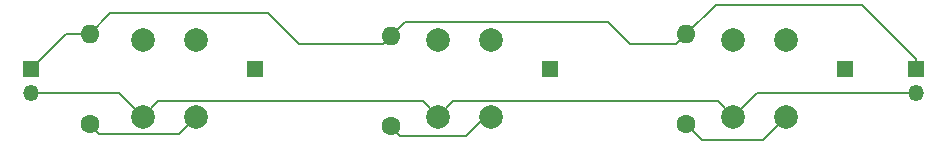
<source format=gbr>
%TF.GenerationSoftware,KiCad,Pcbnew,8.0.4*%
%TF.CreationDate,2024-08-12T11:23:20+02:00*%
%TF.ProjectId,MusicPlayer-PlayPCB,4d757369-6350-46c6-9179-65722d506c61,rev?*%
%TF.SameCoordinates,Original*%
%TF.FileFunction,Copper,L1,Top*%
%TF.FilePolarity,Positive*%
%FSLAX46Y46*%
G04 Gerber Fmt 4.6, Leading zero omitted, Abs format (unit mm)*
G04 Created by KiCad (PCBNEW 8.0.4) date 2024-08-12 11:23:20*
%MOMM*%
%LPD*%
G01*
G04 APERTURE LIST*
%TA.AperFunction,ComponentPad*%
%ADD10R,1.350000X1.350000*%
%TD*%
%TA.AperFunction,ComponentPad*%
%ADD11O,1.350000X1.350000*%
%TD*%
%TA.AperFunction,ComponentPad*%
%ADD12C,2.000000*%
%TD*%
%TA.AperFunction,ComponentPad*%
%ADD13O,1.600000X1.600000*%
%TD*%
%TA.AperFunction,ComponentPad*%
%ADD14C,1.600000*%
%TD*%
%TA.AperFunction,Conductor*%
%ADD15C,0.200000*%
%TD*%
G04 APERTURE END LIST*
D10*
%TO.P,1,1*%
%TO.N,Net-(R1-Pad1)*%
X71500000Y-7000000D03*
%TD*%
%TO.P,V/GND,1*%
%TO.N,GND*%
X2500000Y-7000000D03*
D11*
%TO.P,V/GND,2*%
%TO.N,+5V*%
X2500000Y-9000000D03*
%TD*%
%TO.P,V/GND,2*%
%TO.N,+5V*%
X77500000Y-9000000D03*
D10*
%TO.P,V/GND,1*%
%TO.N,GND*%
X77500000Y-7000000D03*
%TD*%
%TO.P,1,1*%
%TO.N,Net-(R3-Pad1)*%
X21500000Y-7000000D03*
%TD*%
%TO.P,2,1*%
%TO.N,Net-(R2-Pad1)*%
X46500000Y-7000000D03*
%TD*%
D12*
%TO.P,SW1,1*%
%TO.N,+5V*%
X62000000Y-11000000D03*
X62000000Y-4500000D03*
%TO.P,SW1,2*%
%TO.N,Net-(R1-Pad1)*%
X66500000Y-11000000D03*
X66500000Y-4500000D03*
%TD*%
%TO.P,SW2,1*%
%TO.N,+5V*%
X37000000Y-11000000D03*
X37000000Y-4500000D03*
%TO.P,SW2,2*%
%TO.N,Net-(R2-Pad1)*%
X41500000Y-11000000D03*
X41500000Y-4500000D03*
%TD*%
%TO.P,SW3,1*%
%TO.N,+5V*%
X12000000Y-11000000D03*
X12000000Y-4500000D03*
%TO.P,SW3,2*%
%TO.N,Net-(R3-Pad1)*%
X16500000Y-11000000D03*
X16500000Y-4500000D03*
%TD*%
D13*
%TO.P,R3,2*%
%TO.N,GND*%
X7500000Y-4000000D03*
D14*
%TO.P,R3,1*%
%TO.N,Net-(R3-Pad1)*%
X7500000Y-11620000D03*
%TD*%
%TO.P,R2,1*%
%TO.N,Net-(R2-Pad1)*%
X33000000Y-11810000D03*
D13*
%TO.P,R2,2*%
%TO.N,GND*%
X33000000Y-4190000D03*
%TD*%
D14*
%TO.P,R1,1*%
%TO.N,Net-(R1-Pad1)*%
X58000000Y-11620000D03*
D13*
%TO.P,R1,2*%
%TO.N,GND*%
X58000000Y-4000000D03*
%TD*%
D15*
%TO.N,+5V*%
X10000000Y-9000000D02*
X2500000Y-9000000D01*
X12000000Y-11000000D02*
X10000000Y-9000000D01*
%TO.N,GND*%
X5500000Y-4000000D02*
X2500000Y-7000000D01*
X7500000Y-4000000D02*
X5500000Y-4000000D01*
%TO.N,+5V*%
X64000000Y-9000000D02*
X77500000Y-9000000D01*
X62000000Y-11000000D02*
X64000000Y-9000000D01*
%TO.N,GND*%
X77500000Y-6124439D02*
X77500000Y-7000000D01*
X72875561Y-1500000D02*
X77500000Y-6124439D01*
X60500000Y-1500000D02*
X72875561Y-1500000D01*
X58000000Y-4000000D02*
X60500000Y-1500000D01*
%TO.N,+5V*%
X13300000Y-9700000D02*
X12000000Y-11000000D01*
X35700000Y-9700000D02*
X13300000Y-9700000D01*
X37000000Y-11000000D02*
X35700000Y-9700000D01*
X60700000Y-9700000D02*
X38300000Y-9700000D01*
X38300000Y-9700000D02*
X37000000Y-11000000D01*
X62000000Y-11000000D02*
X60700000Y-9700000D01*
%TO.N,GND*%
X25233660Y-4858099D02*
X32331901Y-4858099D01*
X22611093Y-2235532D02*
X25233660Y-4858099D01*
X9264468Y-2235532D02*
X22611093Y-2235532D01*
X32331901Y-4858099D02*
X33000000Y-4190000D01*
X7500000Y-4000000D02*
X9264468Y-2235532D01*
X53233660Y-4858099D02*
X57141901Y-4858099D01*
X34190000Y-3000000D02*
X51375561Y-3000000D01*
X33000000Y-4190000D02*
X34190000Y-3000000D01*
X51375561Y-3000000D02*
X53233660Y-4858099D01*
X57141901Y-4858099D02*
X58000000Y-4000000D01*
%TO.N,Net-(R3-Pad1)*%
X8299999Y-12419999D02*
X7500000Y-11620000D01*
X15080001Y-12419999D02*
X8299999Y-12419999D01*
X16500000Y-11000000D02*
X15080001Y-12419999D01*
%TO.N,Net-(R2-Pad1)*%
X33799999Y-12609999D02*
X33000000Y-11810000D01*
X39390001Y-12609999D02*
X33799999Y-12609999D01*
X41000000Y-11000000D02*
X39390001Y-12609999D01*
X41500000Y-11000000D02*
X41000000Y-11000000D01*
%TO.N,Net-(R1-Pad1)*%
X59380000Y-13000000D02*
X58000000Y-11620000D01*
X64500000Y-13000000D02*
X59380000Y-13000000D01*
X66500000Y-11000000D02*
X64500000Y-13000000D01*
%TD*%
M02*

</source>
